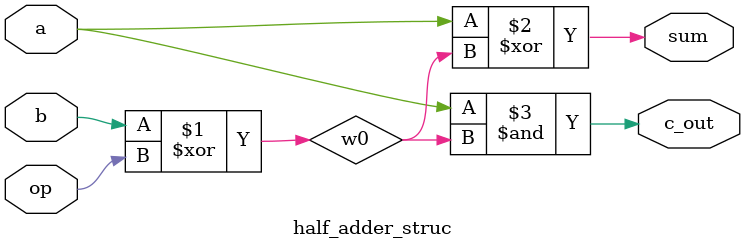
<source format=v>
module half_adder_struc (a,b,sum,c_out,op);
input a,b,op;
output sum,c_out;
wire w0;
xor (w0,b,op);
xor(sum,a,w0);
and(c_out,a,w0);


endmodule 
</source>
